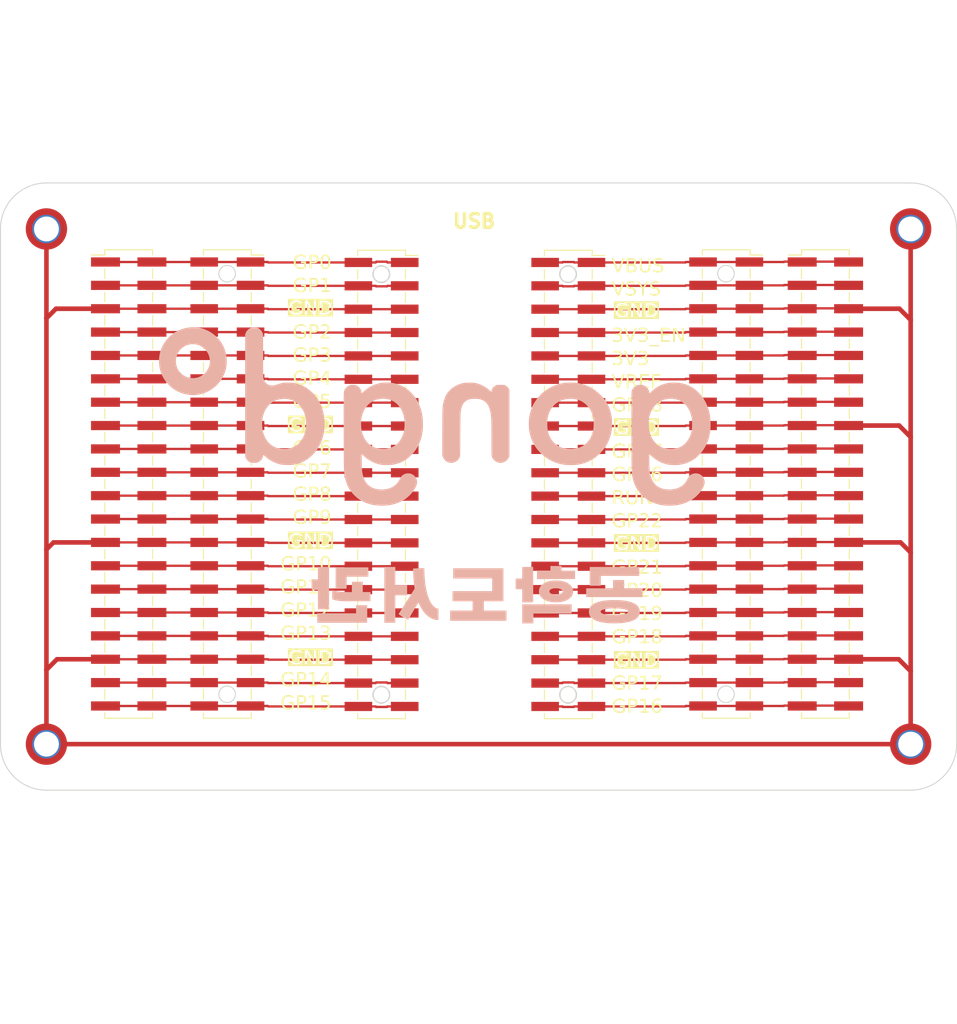
<source format=kicad_pcb>
(kicad_pcb (version 20240108) (generator "pcbnew") (generator_version "8.0")
  (title_block (title "Porche") (rev "v0_2"))
  (layers (0 "F.Cu" signal) (31 "B.Cu" signal) (34 "B.Paste" user) (35 "F.Paste" user) (36 "B.SilkS" user "B.Silkscreen") (37 "F.SilkS" user "F.Silkscreen") (38 "B.Mask" user) (39 "F.Mask" user) (44 "Edge.Cuts" user))
  (net 0 "")
  (net 1 "GND")
  (net 2 "Net-(J1-Pin_3)")
  (net 3 "Net-(J1-Pin_1)")
  (net 4 "Net-(J1-Pin_27)")
  (net 5 "Net-(J1-Pin_33)")
  (net 6 "Net-(J1-Pin_21)")
  (net 7 "Net-(J1-Pin_31)")
  (net 8 "Net-(J1-Pin_17)")
  (net 9 "Net-(J1-Pin_13)")
  (net 10 "Net-(J1-Pin_7)")
  (net 11 "Net-(J1-Pin_37)")
  (net 12 "Net-(J1-Pin_10)")
  (net 13 "Net-(J1-Pin_11)")
  (net 14 "Net-(J1-Pin_19)")
  (net 15 "Net-(J1-Pin_29)")
  (net 16 "Net-(J1-Pin_23)")
  (net 17 "Net-(J1-Pin_39)")
  (net 18 "Net-(J14-Pin_10)")
  (net 19 "Net-(J14-Pin_39)")
  (net 20 "Net-(J14-Pin_7)")
  (net 21 "Net-(J14-Pin_17)")
  (net 22 "Net-(J14-Pin_1)")
  (net 23 "Net-(J14-Pin_33)")
  (net 24 "Net-(J14-Pin_37)")
  (net 25 "Net-(J14-Pin_3)")
  (net 26 "Net-(J14-Pin_23)")
  (net 27 "Net-(J14-Pin_13)")
  (net 28 "Net-(J14-Pin_19)")
  (net 29 "Net-(J14-Pin_29)")
  (net 30 "Net-(J14-Pin_31)")
  (net 31 "Net-(J14-Pin_27)")
  (net 32 "Net-(J14-Pin_11)")
  (net 33 "Net-(J14-Pin_21)")
  (footprint "MountingHole:MountingHole_2.7mm_M2.5_ISO7380_Pad_TopOnly" (layer "F.Cu") (at 179.93 109.18 -90)
    (property "Reference" "H6" (hide yes))
    (property "Value" "MountingHole_Pad" (hide yes))
  )
  (footprint "Connector_PinSocket_2.54mm:PinSocket_2x20_P2.54mm_Vertical_SMD" (layer "F.Cu") (at 122.38 80.95)
    (property "Reference" "J16" (hide yes))
    (property "Value" "Conn_02x20_Odd_Even" (hide yes))
  )
  (footprint "Connector_PinHeader_2.54mm:PinHeader_2x20_P2.54mm_Vertical_SMD" (layer "F.Cu") (at 170.655 80.9)
    (property "Reference" "J4" (hide yes))
    (property "Value" "Conn_02x20_Odd_Even")
  )
  (footprint "MountingHole:MountingHole_2.7mm_M2.5_ISO7380_Pad_TopOnly" (layer "F.Cu") (at 85.93 53.18 -90)
    (property "Reference" "H2" (hide yes))
    (property "Value" "MountingHole_Pad")
  )
  (footprint "MountingHole:MountingHole_2.7mm_M2.5_ISO7380_Pad_TopOnly" (layer "F.Cu") (at 85.93 109.18 -90)
    (property "Reference" "H3" (hide yes))
    (property "Value" "MountingHole_Pad")
  )
  (footprint "Connector_PinSocket_2.54mm:PinSocket_2x20_P2.54mm_Vertical_SMD" (layer "F.Cu") (at 142.695 80.95)
    (property "Reference" "J14" (hide yes))
    (property "Value" "Conn_02x20_Odd_Even" (hide yes))
  )
  (footprint "Connector_PinHeader_2.54mm:PinHeader_2x20_P2.54mm_Vertical_SMD" (layer "F.Cu") (at 94.88 80.9)
    (property "Reference" "J3" (hide yes))
    (property "Value" "Conn_02x20_Odd_Even")
  )
  (footprint "MountingHole:MountingHole_2.7mm_M2.5_ISO7380_Pad_TopOnly" (layer "F.Cu") (at 179.93 53.18 -90)
    (property "Reference" "H5" (hide yes))
    (property "Value" "MountingHole_Pad")
  )
  (footprint "Connector_PinSocket_2.54mm:PinSocket_2x20_P2.54mm_Vertical_SMD" (layer "F.Cu") (at 159.87 80.9)
    (property "Reference" "J2" (hide yes))
    (property "Value" "Conn_02x20_Odd_Even")
  )
  (footprint "Connector_PinSocket_2.54mm:PinSocket_2x20_P2.54mm_Vertical_SMD" (layer "F.Cu") (at 105.61 80.9)
    (property "Reference" "J1" (hide yes))
    (property "Value" "Conn_02x20_Odd_Even")
  )
  (footprint "logo:logo_dongdo_korean_small3" (layer "B.Cu") (at 132.77 92.93 180)
    (property "Reference" "G***" (hide yes))
    (property "Value" "LOGO" (hide yes))
  )
  (footprint "logo:logo_dongdo_small3" (layer "B.Cu") (at 128.17 73.56 180)
    (property "Reference" "G***" (hide yes))
    (property "Value" "LOGO" (hide yes))
  )
  (gr_circle (center 122.355 103.81) (end 123.255 103.81) (stroke (width 0.15)) (fill none) (layer "Edge.Cuts"))
  (gr_circle (center 105.585 103.76) (end 106.485 103.76) (stroke (width 0.1)) (fill none) (layer "Edge.Cuts"))
  (gr_circle (center 159.845 58.04) (end 160.745 58.04) (stroke (width 0.1)) (fill none) (layer "Edge.Cuts"))
  (gr_line (start 179.93 114.18) (end 85.93 114.18) (stroke (width 0.1)) (layer "Edge.Cuts"))
  (gr_arc (start 85.93 114.18) (mid 82.394466 112.715534) (end 80.93 109.18) (stroke (width 0.1)) (layer "Edge.Cuts"))
  (gr_circle (center 105.585 58.04) (end 106.485 58.04) (stroke (width 0.1)) (fill none) (layer "Edge.Cuts"))
  (gr_line (start 85.93 48.18) (end 179.93 48.18) (stroke (width 0.1)) (layer "Edge.Cuts"))
  (gr_circle (center 159.845 103.76) (end 160.745 103.76) (stroke (width 0.1)) (fill none) (layer "Edge.Cuts"))
  (gr_arc (start 179.93 48.18) (mid 183.465534 49.644466) (end 184.93 53.18) (stroke (width 0.1)) (layer "Edge.Cuts"))
  (gr_arc (start 80.93 53.18) (mid 82.394466 49.644466) (end 85.93 48.18) (stroke (width 0.1)) (layer "Edge.Cuts"))
  (gr_circle (center 142.67 58.09) (end 143.57 58.09) (stroke (width 0.15)) (fill none) (layer "Edge.Cuts"))
  (gr_arc (start 184.93 109.18) (mid 183.465534 112.715534) (end 179.93 114.18) (stroke (width 0.1)) (layer "Edge.Cuts"))
  (gr_line (start 184.93 53.18) (end 184.93 109.18) (stroke (width 0.1)) (layer "Edge.Cuts"))
  (gr_line (start 80.93 109.18) (end 80.93 53.18) (stroke (width 0.1)) (layer "Edge.Cuts"))
  (gr_circle (center 122.355 58.09) (end 123.255 58.09) (stroke (width 0.15)) (fill none) (layer "Edge.Cuts"))
  (gr_circle (center 142.67 103.81) (end 143.57 103.81) (stroke (width 0.15)) (fill none) (layer "Edge.Cuts"))
  (gr_text "GND" (at 147.7 75.725 0) (layer "F.SilkS" knockout) (effects (font (size 1.5 1.5) (thickness 0.1875)) (justify left bottom)))
  (gr_text "GP0\nGP1\n\nGP2\nGP3\nGP4\nGP5\n\nGP6\nGP7\nGP8\nGP9\n\nGP10\nGP11\nGP12\nGP13\n\nGP14\nGP15" (at 116.94 105.65 0) (layer "F.SilkS") (effects (font (size 1.5 1.5) (thickness 0.1875)) (justify right bottom)))
  (gr_text "USB" (at 129.95 53.2 0) (layer "F.SilkS") (effects (font (size 1.5 1.5) (thickness 0.375) (bold yes)) (justify left bottom)))
  (gr_text "GND" (at 147.7 88.325 0) (layer "F.SilkS" knockout) (effects (font (size 1.5 1.5) (thickness 0.1875)) (justify left bottom)))
  (gr_text "GND" (at 112.24 88.05 0) (layer "F.SilkS" knockout) (effects (font (size 1.5 1.5) (thickness 0.1875)) (justify left bottom)))
  (gr_text "GND" (at 112.24 75.45 0) (layer "F.SilkS" knockout) (effects (font (size 1.5 1.5) (thickness 0.1875)) (justify left bottom)))
  (gr_text "GND" (at 147.7 63.025 0) (layer "F.SilkS" knockout) (effects (font (size 1.5 1.5) (thickness 0.1875)) (justify left bottom)))
  (gr_text "GND" (at 112.24 62.75 0) (layer "F.SilkS" knockout) (effects (font (size 1.5 1.5) (thickness 0.1875)) (justify left bottom)))
  (gr_text "VBUS\nVSYS\n\n3V3_EN\n3V3\nVREF\nGP28\n\nGP27\nGP26\nRUN\nGP22\n\nGP21\nGP20\nGP19\nGP18\n\nGP17\nGP16" (at 147.4 106.025 0) (layer "F.SilkS") (effects (font (size 1.5 1.5) (thickness 0.1875)) (justify left bottom)))
  (gr_text "GND" (at 147.7 101.025 0) (layer "F.SilkS" knockout) (effects (font (size 1.5 1.5) (thickness 0.1875)) (justify left bottom)))
  (gr_text "GND" (at 112.24 100.75 0) (layer "F.SilkS" knockout) (effects (font (size 1.5 1.5) (thickness 0.1875)) (justify left bottom)))
  (segment (start 179.93 101.25) (end 179.93 88.35) (width 0.5) (layer "F.Cu") (net 1))
  (segment (start 155.4233 87.3) (end 155.4733 87.25) (width 0.25) (layer "F.Cu") (net 1))
  (segment (start 157.35 87.25) (end 155.4733 87.25) (width 0.25) (layer "F.Cu") (net 1))
  (segment (start 92.355 74.55) (end 97.405 74.55) (width 0.25) (layer "F.Cu") (net 1))
  (segment (start 168.13 74.51) (end 166.1783 74.51) (width 0.25) (layer "F.Cu") (net 1))
  (segment (start 162.39 99.95) (end 166.1383 99.95) (width 0.25) (layer "F.Cu") (net 1))
  (segment (start 157.35 87.25) (end 162.39 87.25) (width 0.25) (layer "F.Cu") (net 1))
  (segment (start 92.355 61.85) (end 97.405 61.85) (width 0.25) (layer "F.Cu") (net 1))
  (segment (start 178.71 61.85) (end 173.18 61.85) (width 0.5) (layer "F.Cu") (net 1))
  (segment (start 92.355 87.25) (end 86.7 87.25) (width 0.5) (layer "F.Cu") (net 1))
  (segment (start 92.355 99.95) (end 97.405 99.95) (width 0.25) (layer "F.Cu") (net 1))
  (segment (start 173.18 87.25) (end 178.83 87.25) (width 0.5) (layer "F.Cu") (net 1))
  (segment (start 155.4233 74.6) (end 155.4733 74.55) (width 0.25) (layer "F.Cu") (net 1))
  (segment (start 157.35 74.55) (end 155.4733 74.55) (width 0.25) (layer "F.Cu") (net 1))
  (segment (start 108.13 61.85) (end 110.0067 61.85) (width 0.25) (layer "F.Cu") (net 1))
  (segment (start 145.215 74.6) (end 155.4233 74.6) (width 0.25) (layer "F.Cu") (net 1))
  (segment (start 103.09 87.25) (end 97.405 87.25) (width 0.25) (layer "F.Cu") (net 1))
  (segment (start 157.35 99.95) (end 155.4733 99.95) (width 0.25) (layer "F.Cu") (net 1))
  (segment (start 140.175 100) (end 145.215 100) (width 0.25) (layer "F.Cu") (net 1))
  (segment (start 124.9 100) (end 119.86 100) (width 0.25) (layer "F.Cu") (net 1))
  (segment (start 179.93 63.07) (end 178.71 61.85) (width 0.5) (layer "F.Cu") (net 1))
  (segment (start 178.83 87.25) (end 179.93 88.35) (width 0.5) (layer "F.Cu") (net 1))
  (segment (start 166.1383 61.85) (end 166.1783 61.81) (width 0.25) (layer "F.Cu") (net 1))
  (segment (start 166.1383 87.25) (end 166.1783 87.21) (width 0.25) (layer "F.Cu") (net 1))
  (segment (start 85.93 62.89) (end 85.93 88.02) (width 0.5) (layer "F.Cu") (net 1))
  (segment (start 85.93 53.18) (end 85.93 62.89) (width 0.5) (layer "F.Cu") (net 1))
  (segment (start 108.13 99.95) (end 103.09 99.95) (width 0.25) (layer "F.Cu") (net 1))
  (segment (start 119.86 74.6) (end 110.0567 74.6) (width 0.25) (layer "F.Cu") (net 1))
  (segment (start 157.35 61.85) (end 155.4733 61.85) (width 0.25) (layer "F.Cu") (net 1))
  (segment (start 166.1383 99.95) (end 166.1783 99.91) (width 0.25) (layer "F.Cu") (net 1))
  (segment (start 178.63 99.95) (end 179.93 101.25) (width 0.5) (layer "F.Cu") (net 1))
  (segment (start 92.355 87.25) (end 97.405 87.25) (width 0.25) (layer "F.Cu") (net 1))
  (segment (start 140.175 61.9) (end 145.215 61.9) (width 0.25) (layer "F.Cu") (net 1))
  (segment (start 157.35 74.55) (end 162.39 74.55) (width 0.25) (layer "F.Cu") (net 1))
  (segment (start 87.08 99.95) (end 85.93 101.1) (width 0.5) (layer "F.Cu") (net 1))
  (segment (start 124.9 61.9) (end 119.86 61.9) (width 0.25) (layer "F.Cu") (net 1))
  (segment (start 119.86 61.9) (end 110.0567 61.9) (width 0.25) (layer "F.Cu") (net 1))
  (segment (start 166.1383 74.55) (end 166.1783 74.51) (width 0.25) (layer "F.Cu") (net 1))
  (segment (start 124.9 87.3) (end 119.86 87.3) (width 0.25) (layer "F.Cu") (net 1))
  (segment (start 124.9 74.6) (end 119.86 74.6) (width 0.25) (layer "F.Cu") (net 1))
  (segment (start 108.13 74.55) (end 103.09 74.55) (width 0.25) (layer "F.Cu") (net 1))
  (segment (start 179.93 109.18) (end 85.93 109.18) (width 0.5) (layer "F.Cu") (net 1))
  (segment (start 155.4233 100) (end 155.4733 99.95) (width 0.25) (layer "F.Cu") (net 1))
  (segment (start 145.215 100) (end 155.4233 100) (width 0.25) (layer "F.Cu") (net 1))
  (segment (start 103.09 74.55) (end 97.405 74.55) (width 0.25) (layer "F.Cu") (net 1))
  (segment (start 110.0567 100) (end 110.0067 99.95) (width 0.25) (layer "F.Cu") (net 1))
  (segment (start 179.93 63.07) (end 179.93 53.18) (width 0.5) (layer "F.Cu") (net 1))
  (segment (start 119.86 87.3) (end 110.0567 87.3) (width 0.25) (layer "F.Cu") (net 1))
  (segment (start 145.215 87.3) (end 155.4233 87.3) (width 0.25) (layer "F.Cu") (net 1))
  (segment (start 110.0567 74.6) (end 110.0067 74.55) (width 0.25) (layer "F.Cu") (net 1))
  (segment (start 140.175 74.6) (end 145.215 74.6) (width 0.25) (layer "F.Cu") (net 1))
  (segment (start 157.35 99.95) (end 162.39 99.95) (width 0.25) (layer "F.Cu") (net 1))
  (segment (start 108.13 74.55) (end 110.0067 74.55) (width 0.25) (layer "F.Cu") (net 1))
  (segment (start 86.97 61.85) (end 85.93 62.89) (width 0.5) (layer "F.Cu") (net 1))
  (segment (start 85.93 88.02) (end 85.93 101.1) (width 0.5) (layer "F.Cu") (net 1))
  (segment (start 103.09 61.85) (end 97.405 61.85) (width 0.25) (layer "F.Cu") (net 1))
  (segment (start 155.4233 61.9) (end 155.4733 61.85) (width 0.25) (layer "F.Cu") (net 1))
  (segment (start 173.18 99.91) (end 168.13 99.91) (width 0.25) (layer "F.Cu") (net 1))
  (segment (start 178.68 74.55) (end 179.93 75.8) (width 0.5) (layer "F.Cu") (net 1))
  (segment (start 179.93 109.18) (end 179.93 101.25) (width 0.5) (layer "F.Cu") (net 1))
  (segment (start 173.18 61.81) (end 168.13 61.81) (width 0.25) (layer "F.Cu") (net 1))
  (segment (start 86.7 87.25) (end 85.93 88.02) (width 0.5) (layer "F.Cu") (net 1))
  (segment (start 108.13 87.25) (end 103.09 87.25) (width 0.25) (layer "F.Cu") (net 1))
  (segment (start 157.35 61.85) (end 162.39 61.85) (width 0.25) (layer "F.Cu") (net 1))
  (segment (start 92.355 99.95) (end 87.08 99.95) (width 0.5) (layer "F.Cu") (net 1))
  (segment (start 140.175 87.3) (end 145.215 87.3) (width 0.25) (layer "F.Cu") (net 1))
  (segment (start 179.93 75.8) (end 179.93 63.07) (width 0.5) (layer "F.Cu") (net 1))
  (segment (start 173.18 74.51) (end 168.13 74.51) (width 0.25) (layer "F.Cu") (net 1))
  (segment (start 119.86 100) (end 110.0567 100) (width 0.25) (layer "F.Cu") (net 1))
  (segment (start 168.13 87.21) (end 166.1783 87.21) (width 0.25) (layer "F.Cu") (net 1))
  (segment (start 110.0567 61.9) (end 110.0067 61.85) (width 0.25) (layer "F.Cu") (net 1))
  (segment (start 162.39 87.25) (end 166.1383 87.25) (width 0.25) (layer "F.Cu") (net 1))
  (segment (start 168.13 99.91) (end 166.1783 99.91) (width 0.25) (layer "F.Cu") (net 1))
  (segment (start 110.0567 87.3) (end 110.0067 87.25) (width 0.25) (layer "F.Cu") (net 1))
  (segment (start 173.18 74.55) (end 178.68 74.55) (width 0.5) (layer "F.Cu") (net 1))
  (segment (start 173.18 99.95) (end 178.63 99.95) (width 0.5) (layer "F.Cu") (net 1))
  (segment (start 162.39 74.55) (end 166.1383 74.55) (width 0.25) (layer "F.Cu") (net 1))
  (segment (start 108.13 99.95) (end 110.0067 99.95) (width 0.25) (layer "F.Cu") (net 1))
  (segment (start 173.18 87.21) (end 168.13 87.21) (width 0.25) (layer "F.Cu") (net 1))
  (segment (start 162.39 61.85) (end 166.1383 61.85) (width 0.25) (layer "F.Cu") (net 1))
  (segment (start 168.13 61.81) (end 166.1783 61.81) (width 0.25) (layer "F.Cu") (net 1))
  (segment (start 145.215 61.9) (end 155.4233 61.9) (width 0.25) (layer "F.Cu") (net 1))
  (segment (start 85.93 101.1) (end 85.93 109.18) (width 0.5) (layer "F.Cu") (net 1))
  (segment (start 103.09 99.95) (end 97.405 99.95) (width 0.25) (layer "F.Cu") (net 1))
  (segment (start 179.93 88.35) (end 179.93 75.8) (width 0.5) (layer "F.Cu") (net 1))
  (segment (start 108.13 87.25) (end 110.0067 87.25) (width 0.25) (layer "F.Cu") (net 1))
  (segment (start 108.13 61.85) (end 103.09 61.85) (width 0.25) (layer "F.Cu") (net 1))
  (segment (start 92.355 61.85) (end 86.97 61.85) (width 0.5) (layer "F.Cu") (net 1))
  (segment (start 122.9685 59.4148) (end 123.0233 59.36) (width 0.25) (layer "F.Cu") (net 2))
  (segment (start 121.7915 59.4148) (end 122.9685 59.4148) (width 0.25) (layer "F.Cu") (net 2))
  (segment (start 110.0567 59.36) (end 110.0067 59.31) (width 0.25) (layer "F.Cu") (net 2))
  (segment (start 119.86 59.36) (end 121.7367 59.36) (width 0.25) (layer "F.Cu") (net 2))
  (segment (start 92.355 59.31) (end 97.405 59.31) (width 0.25) (layer "F.Cu") (net 2))
  (segment (start 119.86 59.36) (end 110.0567 59.36) (width 0.25) (layer "F.Cu") (net 2))
  (segment (start 121.7367 59.36) (end 121.7915 59.4148) (width 0.25) (layer "F.Cu") (net 2))
  (segment (start 103.09 59.31) (end 97.405 59.31) (width 0.25) (layer "F.Cu") (net 2))
  (segment (start 124.9 59.36) (end 123.0233 59.36) (width 0.25) (layer "F.Cu") (net 2))
  (segment (start 108.13 59.31) (end 103.09 59.31) (width 0.25) (layer "F.Cu") (net 2))
  (segment (start 108.13 59.31) (end 110.0067 59.31) (width 0.25) (layer "F.Cu") (net 2))
  (segment (start 120.596 56.82) (end 121.7367 56.82) (width 0.25) (layer "F.Cu") (net 3))
  (segment (start 119.86 56.82) (end 110.0567 56.82) (width 0.25) (layer "F.Cu") (net 3))
  (segment (start 121.7367 56.82) (end 121.819 56.7377) (width 0.25) (layer "F.Cu") (net 3))
  (segment (start 103.09 56.77) (end 97.405 56.77) (width 0.25) (layer "F.Cu") (net 3))
  (segment (start 122.941 56.7377) (end 123.0233 56.82) (width 0.25) (layer "F.Cu") (net 3))
  (segment (start 108.13 56.77) (end 103.09 56.77) (width 0.25) (layer "F.Cu") (net 3))
  (segment (start 120.596 56.82) (end 119.86 56.82) (width 0.25) (layer "F.Cu") (net 3))
  (segment (start 92.355 56.77) (end 97.405 56.77) (width 0.25) (layer "F.Cu") (net 3))
  (segment (start 110.0567 56.82) (end 110.0067 56.77) (width 0.25) (layer "F.Cu") (net 3))
  (segment (start 124.9 56.82) (end 123.0233 56.82) (width 0.25) (layer "F.Cu") (net 3))
  (segment (start 121.819 56.7377) (end 122.941 56.7377) (width 0.25) (layer "F.Cu") (net 3))
  (segment (start 108.13 56.77) (end 110.0067 56.77) (width 0.25) (layer "F.Cu") (net 3))
  (segment (start 124.9 89.84) (end 119.86 89.84) (width 0.25) (layer "F.Cu") (net 4))
  (segment (start 119.86 89.84) (end 110.0567 89.84) (width 0.25) (layer "F.Cu") (net 4))
  (segment (start 103.09 89.79) (end 97.405 89.79) (width 0.25) (layer "F.Cu") (net 4))
  (segment (start 108.13 89.79) (end 103.09 89.79) (width 0.25) (layer "F.Cu") (net 4))
  (segment (start 108.13 89.79) (end 110.0067 89.79) (width 0.25) (layer "F.Cu") (net 4))
  (segment (start 110.0567 89.84) (end 110.0067 89.79) (width 0.25) (layer "F.Cu") (net 4))
  (segment (start 92.355 89.79) (end 97.405 89.79) (width 0.25) (layer "F.Cu") (net 4))
  (segment (start 92.355 97.41) (end 97.405 97.41) (width 0.25) (layer "F.Cu") (net 5))
  (segment (start 108.13 97.41) (end 110.0067 97.41) (width 0.25) (layer "F.Cu") (net 5))
  (segment (start 124.9 97.46) (end 119.86 97.46) (width 0.25) (layer "F.Cu") (net 5))
  (segment (start 103.09 97.41) (end 97.405 97.41) (width 0.25) (layer "F.Cu") (net 5))
  (segment (start 119.86 97.46) (end 110.0567 97.46) (width 0.25) (layer "F.Cu") (net 5))
  (segment (start 108.13 97.41) (end 103.09 97.41) (width 0.25) (layer "F.Cu") (net 5))
  (segment (start 110.0567 97.46) (end 110.0067 97.41) (width 0.25) (layer "F.Cu") (net 5))
  (segment (start 103.09 82.17) (end 97.405 82.17) (width 0.25) (layer "F.Cu") (net 6))
  (segment (start 92.355 82.17) (end 97.405 82.17) (width 0.25) (layer "F.Cu") (net 6))
  (segment (start 124.9 82.22) (end 119.86 82.22) (width 0.25) (layer "F.Cu") (net 6))
  (segment (start 108.13 82.17) (end 110.0067 82.17) (width 0.25) (layer "F.Cu") (net 6))
  (segment (start 110.0567 82.22) (end 110.0067 82.17) (width 0.25) (layer "F.Cu") (net 6))
  (segment (start 119.86 82.22) (end 110.0567 82.22) (width 0.25) (layer "F.Cu") (net 6))
  (segment (start 108.13 82.17) (end 103.09 82.17) (width 0.25) (layer "F.Cu") (net 6))
  (segment (start 124.9 94.92) (end 119.86 94.92) (width 0.25) (layer "F.Cu") (net 7))
  (segment (start 108.13 94.87) (end 103.09 94.87) (width 0.25) (layer "F.Cu") (net 7))
  (segment (start 108.13 94.87) (end 110.0067 94.87) (width 0.25) (layer "F.Cu") (net 7))
  (segment (start 110.0567 94.92) (end 110.0067 94.87) (width 0.25) (layer "F.Cu") (net 7))
  (segment (start 92.355 94.87) (end 97.405 94.87) (width 0.25) (layer "F.Cu") (net 7))
  (segment (start 119.86 94.92) (end 110.0567 94.92) (width 0.25) (layer "F.Cu") (net 7))
  (segment (start 103.09 94.87) (end 97.405 94.87) (width 0.25) (layer "F.Cu") (net 7))
  (segment (start 119.86 77.14) (end 110.0567 77.14) (width 0.25) (layer "F.Cu") (net 8))
  (segment (start 103.09 77.09) (end 97.405 77.09) (width 0.25) (layer "F.Cu") (net 8))
  (segment (start 108.13 77.09) (end 103.09 77.09) (width 0.25) (layer "F.Cu") (net 8))
  (segment (start 108.13 77.09) (end 110.0067 77.09) (width 0.25) (layer "F.Cu") (net 8))
  (segment (start 124.9 77.14) (end 119.86 77.14) (width 0.25) (layer "F.Cu") (net 8))
  (segment (start 92.355 77.09) (end 97.405 77.09) (width 0.25) (layer "F.Cu") (net 8))
  (segment (start 110.0567 77.14) (end 110.0067 77.09) (width 0.25) (layer "F.Cu") (net 8))
  (segment (start 110.0567 72.06) (end 110.0067 72.01) (width 0.25) (layer "F.Cu") (net 9))
  (segment (start 103.09 72.01) (end 97.405 72.01) (width 0.25) (layer "F.Cu") (net 9))
  (segment (start 124.9 72.06) (end 119.86 72.06) (width 0.25) (layer "F.Cu") (net 9))
  (segment (start 92.355 72.01) (end 97.405 72.01) (width 0.25) (layer "F.Cu") (net 9))
  (segment (start 108.13 72.01) (end 110.0067 72.01) (width 0.25) (layer "F.Cu") (net 9))
  (segment (start 119.86 72.06) (end 110.0567 72.06) (width 0.25) (layer "F.Cu") (net 9))
  (segment (start 108.13 72.01) (end 103.09 72.01) (width 0.25) (layer "F.Cu") (net 9))
  (segment (start 108.13 64.39) (end 103.09 64.39) (width 0.25) (layer "F.Cu") (net 10))
  (segment (start 103.09 64.39) (end 97.405 64.39) (width 0.25) (layer "F.Cu") (net 10))
  (segment (start 124.9 64.44) (end 119.86 64.44) (width 0.25) (layer "F.Cu") (net 10))
  (segment (start 110.0567 64.44) (end 110.0067 64.39) (width 0.25) (layer "F.Cu") (net 10))
  (segment (start 119.86 64.44) (end 110.0567 64.44) (width 0.25) (layer "F.Cu") (net 10))
  (segment (start 108.13 64.39) (end 110.0067 64.39) (width 0.25) (layer "F.Cu") (net 10))
  (segment (start 92.355 64.39) (end 97.405 64.39) (width 0.25) (layer "F.Cu") (net 10))
  (segment (start 103.09 102.49) (end 97.405 102.49) (width 0.25) (layer "F.Cu") (net 11))
  (segment (start 110.0567 102.54) (end 110.0067 102.49) (width 0.25) (layer "F.Cu") (net 11))
  (segment (start 108.13 102.49) (end 110.0067 102.49) (width 0.25) (layer "F.Cu") (net 11))
  (segment (start 92.355 102.49) (end 97.405 102.49) (width 0.25) (layer "F.Cu") (net 11))
  (segment (start 120.596 102.54) (end 119.86 102.54) (width 0.25) (layer "F.Cu") (net 11))
  (segment (start 121.7367 102.54) (end 121.8037 102.473) (width 0.25) (layer "F.Cu") (net 11))
  (segment (start 108.13 102.49) (end 103.09 102.49) (width 0.25) (layer "F.Cu") (net 11))
  (segment (start 122.9563 102.473) (end 123.0233 102.54) (width 0.25) (layer "F.Cu") (net 11))
  (segment (start 119.86 102.54) (end 110.0567 102.54) (width 0.25) (layer "F.Cu") (net 11))
  (segment (start 124.9 102.54) (end 123.0233 102.54) (width 0.25) (layer "F.Cu") (net 11))
  (segment (start 121.8037 102.473) (end 122.9563 102.473) (width 0.25) (layer "F.Cu") (net 11))
  (segment (start 120.596 102.54) (end 121.7367 102.54) (width 0.25) (layer "F.Cu") (net 11))
  (segment (start 124.9 66.98) (end 119.86 66.98) (width 0.25) (layer "F.Cu") (net 12))
  (segment (start 103.09 66.93) (end 97.405 66.93) (width 0.25) (layer "F.Cu") (net 12))
  (segment (start 108.13 66.93) (end 110.0067 66.93) (width 0.25) (layer "F.Cu") (net 12))
  (segment (start 119.86 66.98) (end 110.0567 66.98) (width 0.25) (layer "F.Cu") (net 12))
  (segment (start 108.13 66.93) (end 103.09 66.93) (width 0.25) (layer "F.Cu") (net 12))
  (segment (start 110.0567 66.98) (end 110.0067 66.93) (width 0.25) (layer "F.Cu") (net 12))
  (segment (start 92.355 66.93) (end 97.405 66.93) (width 0.25) (layer "F.Cu") (net 12))
  (segment (start 119.86 69.52) (end 110.0567 69.52) (width 0.25) (layer "F.Cu") (net 13))
  (segment (start 110.0567 69.52) (end 110.0067 69.47) (width 0.25) (layer "F.Cu") (net 13))
  (segment (start 124.9 69.52) (end 119.86 69.52) (width 0.25) (layer "F.Cu") (net 13))
  (segment (start 108.13 69.47) (end 103.09 69.47) (width 0.25) (layer "F.Cu") (net 13))
  (segment (start 103.09 69.47) (end 97.405 69.47) (width 0.25) (layer "F.Cu") (net 13))
  (segment (start 92.355 69.47) (end 97.405 69.47) (width 0.25) (layer "F.Cu") (net 13))
  (segment (start 108.13 69.47) (end 110.0067 69.47) (width 0.25) (layer "F.Cu") (net 13))
  (segment (start 103.09 79.63) (end 97.405 79.63) (width 0.25) (layer "F.Cu") (net 14))
  (segment (start 124.9 79.68) (end 119.86 79.68) (width 0.25) (layer "F.Cu") (net 14))
  (segment (start 92.355 79.63) (end 97.405 79.63) (width 0.25) (layer "F.Cu") (net 14))
  (segment (start 108.13 79.63) (end 110.0067 79.63) (width 0.25) (layer "F.Cu") (net 14))
  (segment (start 108.13 79.63) (end 103.09 79.63) (width 0.25) (layer "F.Cu") (net 14))
  (segment (start 110.0567 79.68) (end 110.0067 79.63) (width 0.25) (layer "F.Cu") (net 14))
  (segment (start 119.86 79.68) (end 110.0567 79.68) (width 0.25) (layer "F.Cu") (net 14))
  (segment (start 92.355 92.33) (end 97.405 92.33) (width 0.25) (layer "F.Cu") (net 15))
  (segment (start 124.9 92.38) (end 119.86 92.38) (width 0.25) (layer "F.Cu") (net 15))
  (segment (start 119.86 92.38) (end 110.0567 92.38) (width 0.25) (layer "F.Cu") (net 15))
  (segment (start 108.13 92.33) (end 103.09 92.33) (width 0.25) (layer "F.Cu") (net 15))
  (segment (start 108.13 92.33) (end 110.0067 92.33) (width 0.25) (layer "F.Cu") (net 15))
  (segment (start 110.0567 92.38) (end 110.0067 92.33) (width 0.25) (layer "F.Cu") (net 15))
  (segment (start 103.09 92.33) (end 97.405 92.33) (width 0.25) (layer "F.Cu") (net 15))
  (segment (start 92.355 84.71) (end 97.405 84.71) (width 0.25) (layer "F.Cu") (net 16))
  (segment (start 124.9 84.76) (end 119.86 84.76) (width 0.25) (layer "F.Cu") (net 16))
  (segment (start 119.86 84.76) (end 110.0567 84.76) (width 0.25) (layer "F.Cu") (net 16))
  (segment (start 110.0567 84.76) (end 110.0067 84.71) (width 0.25) (layer "F.Cu") (net 16))
  (segment (start 108.13 84.71) (end 103.09 84.71) (width 0.25) (layer "F.Cu") (net 16))
  (segment (start 108.13 84.71) (end 110.0067 84.71) (width 0.25) (layer "F.Cu") (net 16))
  (segment (start 103.09 84.71) (end 97.405 84.71) (width 0.25) (layer "F.Cu") (net 16))
  (segment (start 121.7367 105.08) (end 121.7915 105.1348) (width 0.25) (layer "F.Cu") (net 17))
  (segment (start 124.9 105.08) (end 123.0233 105.08) (width 0.25) (layer "F.Cu") (net 17))
  (segment (start 108.13 105.03) (end 110.0067 105.03) (width 0.25) (layer "F.Cu") (net 17))
  (segment (start 121.7915 105.1348) (end 122.9685 105.1348) (width 0.25) (layer "F.Cu") (net 17))
  (segment (start 108.13 105.03) (end 103.09 105.03) (width 0.25) (layer "F.Cu") (net 17))
  (segment (start 103.09 105.03) (end 97.405 105.03) (width 0.25) (layer "F.Cu") (net 17))
  (segment (start 110.0567 105.08) (end 117.9833 105.08) (width 0.25) (layer "F.Cu") (net 17))
  (segment (start 110.0067 105.03) (end 110.0567 105.08) (width 0.25) (layer "F.Cu") (net 17))
  (segment (start 119.86 105.08) (end 121.7367 105.08) (width 0.25) (layer "F.Cu") (net 17))
  (segment (start 122.9685 105.1348) (end 123.0233 105.08) (width 0.25) (layer "F.Cu") (net 17))
  (segment (start 92.355 105.03) (end 97.405 105.03) (width 0.25) (layer "F.Cu") (net 17))
  (segment (start 119.86 105.08) (end 117.9833 105.08) (width 0.25) (layer "F.Cu") (net 17))
  (segment (start 155.4233 66.98) (end 155.4733 66.93) (width 0.25) (layer "F.Cu") (net 18))
  (segment (start 166.1383 66.93) (end 166.1783 66.89) (width 0.25) (layer "F.Cu") (net 18))
  (segment (start 157.35 66.93) (end 162.39 66.93) (width 0.25) (layer "F.Cu") (net 18))
  (segment (start 157.35 66.93) (end 155.4733 66.93) (width 0.25) (layer "F.Cu") (net 18))
  (segment (start 173.18 66.89) (end 168.13 66.89) (width 0.25) (layer "F.Cu") (net 18))
  (segment (start 168.13 66.89) (end 166.1783 66.89) (width 0.25) (layer "F.Cu") (net 18))
  (segment (start 145.215 66.98) (end 155.4233 66.98) (width 0.25) (layer "F.Cu") (net 18))
  (segment (start 162.39 66.93) (end 166.1383 66.93) (width 0.25) (layer "F.Cu") (net 18))
  (segment (start 140.175 66.98) (end 145.215 66.98) (width 0.25) (layer "F.Cu") (net 18))
  (segment (start 166.1383 105.03) (end 166.1783 104.99) (width 0.25) (layer "F.Cu") (net 19))
  (segment (start 143.3383 105.08) (end 143.2835 105.1348) (width 0.25) (layer "F.Cu") (net 19))
  (segment (start 162.39 105.03) (end 166.1383 105.03) (width 0.25) (layer "F.Cu") (net 19))
  (segment (start 168.13 104.99) (end 166.1783 104.99) (width 0.25) (layer "F.Cu") (net 19))
  (segment (start 145.215 105.08) (end 143.3383 105.08) (width 0.25) (layer "F.Cu") (net 19))
  (segment (start 140.175 105.08) (end 142.0517 105.08) (width 0.25) (layer "F.Cu") (net 19))
  (segment (start 142.1065 105.1348) (end 142.0517 105.08) (width 0.25) (layer "F.Cu") (net 19))
  (segment (start 143.2835 105.1348) (end 142.1065 105.1348) (width 0.25) (layer "F.Cu") (net 19))
  (segment (start 157.35 105.03) (end 155.4733 105.03) (width 0.25) (layer "F.Cu") (net 19))
  (segment (start 145.215 105.08) (end 155.4233 105.08) (width 0.25) (layer "F.Cu") (net 19))
  (segment (start 173.18 104.99) (end 168.13 104.99) (width 0.25) (layer "F.Cu") (net 19))
  (segment (start 157.35 105.03) (end 162.39 105.03) (width 0.25) (layer "F.Cu") (net 19))
  (segment (start 155.4233 105.08) (end 155.4733 105.03) (width 0.25) (layer "F.Cu") (net 19))
  (segment (start 166.1383 64.39) (end 166.1783 64.35) (width 0.25) (layer "F.Cu") (net 20))
  (segment (start 145.215 64.44) (end 155.4233 64.44) (width 0.25) (layer "F.Cu") (net 20))
  (segment (start 157.35 64.39) (end 155.4733 64.39) (width 0.25) (layer "F.Cu") (net 20))
  (segment (start 168.13 64.35) (end 166.1783 64.35) (width 0.25) (layer "F.Cu") (net 20))
  (segment (start 162.39 64.39) (end 166.1383 64.39) (width 0.25) (layer "F.Cu") (net 20))
  (segment (start 157.35 64.39) (end 162.39 64.39) (width 0.25) (layer "F.Cu") (net 20))
  (segment (start 173.18 64.35) (end 168.13 64.35) (width 0.25) (layer "F.Cu") (net 20))
  (segment (start 155.4233 64.44) (end 155.4733 64.39) (width 0.25) (layer "F.Cu") (net 20))
  (segment (start 140.175 64.44) (end 145.215 64.44) (width 0.25) (layer "F.Cu") (net 20))
  (segment (start 162.39 77.09) (end 166.1383 77.09) (width 0.25) (layer "F.Cu") (net 21))
  (segment (start 157.35 77.09) (end 155.4733 77.09) (width 0.25) (layer "F.Cu") (net 21))
  (segment (start 168.13 77.05) (end 166.1783 77.05) (width 0.25) (layer "F.Cu") (net 21))
  (segment (start 166.1383 77.09) (end 166.1783 77.05) (width 0.25) (layer "F.Cu") (net 21))
  (segment (start 173.18 77.05) (end 168.13 77.05) (width 0.25) (layer "F.Cu") (net 21))
  (segment (start 140.175 77.14) (end 145.215 77.14) (width 0.25) (layer "F.Cu") (net 21))
  (segment (start 155.4233 77.14) (end 155.4733 77.09) (width 0.25) (layer "F.Cu") (net 21))
  (segment (start 145.215 77.14) (end 155.4233 77.14) (width 0.25) (layer "F.Cu") (net 21))
  (segment (start 157.35 77.09) (end 162.39 77.09) (width 0.25) (layer "F.Cu") (net 21))
  (segment (start 144.455 56.82) (end 145.215 56.82) (width 0.25) (layer "F.Cu") (net 22))
  (segment (start 173.18 56.73) (end 168.13 56.73) (width 0.25) (layer "F.Cu") (net 22))
  (segment (start 166.1383 56.77) (end 166.1783 56.73) (width 0.25) (layer "F.Cu") (net 22))
  (segment (start 155.4233 56.82) (end 155.4733 56.77) (width 0.25) (layer "F.Cu") (net 22))
  (segment (start 157.35 56.77) (end 155.4733 56.77) (width 0.25) (layer "F.Cu") (net 22))
  (segment (start 168.13 56.73) (end 166.1783 56.73) (width 0.25) (layer "F.Cu") (net 22))
  (segment (start 144.455 56.82) (end 143.3383 56.82) (width 0.25) (layer "F.Cu") (net 22))
  (segment (start 142.0517 56.82) (end 142.1025 56.7692) (width 0.25) (layer "F.Cu") (net 22))
  (segment (start 157.35 56.77) (end 162.39 56.77) (width 0.25) (layer "F.Cu") (net 22))
  (segment (start 143.2875 56.7692) (end 143.3383 56.82) (width 0.25) (layer "F.Cu") (net 22))
  (segment (start 145.215 56.82) (end 155.4233 56.82) (width 0.25) (layer "F.Cu") (net 22))
  (segment (start 140.175 56.82) (end 142.0517 56.82) (width 0.25) (layer "F.Cu") (net 22))
  (segment (start 142.1025 56.7692) (end 143.2875 56.7692) (width 0.25) (layer "F.Cu") (net 22))
  (segment (start 162.39 56.77) (end 166.1383 56.77) (width 0.25) (layer "F.Cu") (net 22))
  (segment (start 157.35 97.41) (end 155.4733 97.41) (width 0.25) (layer "F.Cu") (net 23))
  (segment (start 166.1383 97.41) (end 166.1783 97.37) (width 0.25) (layer "F.Cu") (net 23))
  (segment (start 173.18 97.37) (end 168.13 97.37) (width 0.25) (layer "F.Cu") (net 23))
  (segment (start 162.39 97.41) (end 166.1383 97.41) (width 0.25) (layer "F.Cu") (net 23))
  (segment (start 168.13 97.37) (end 166.1783 97.37) (width 0.25) (layer "F.Cu") (net 23))
  (segment (start 155.4233 97.46) (end 155.4733 97.41) (width 0.25) (layer "F.Cu") (net 23))
  (segment (start 140.175 97.46) (end 145.215 97.46) (width 0.25) (layer "F.Cu") (net 23))
  (segment (start 145.215 97.46) (end 155.4233 97.46) (width 0.25) (layer "F.Cu") (net 23))
  (segment (start 157.35 97.41) (end 162.39 97.41) (width 0.25) (layer "F.Cu") (net 23))
  (segment (start 142.0517 102.54) (end 142.1187 102.473) (width 0.25) (layer "F.Cu") (net 24))
  (segment (start 173.18 102.45) (end 168.13 102.45) (width 0.25) (layer "F.Cu") (net 24))
  (segment (start 168.13 102.45) (end 166.1783 102.45) (width 0.25) (layer "F.Cu") (net 24))
  (segment (start 155.4233 102.54) (end 155.4733 102.49) (width 0.25) (layer "F.Cu") (net 24))
  (segment (start 144.455 102.54) (end 143.3383 102.54) (width 0.25) (layer "F.Cu") (net 24))
  (segment (start 144.455 102.54) (end 145.215 102.54) (width 0.25) (layer "F.Cu") (net 24))
  (segment (start 162.39 102.49) (end 166.1383 102.49) (width 0.25) (layer "F.Cu") (net 24))
  (segment (start 157.35 102.49) (end 162.39 102.49) (width 0.25) (layer "F.Cu") (net 24))
  (segment (start 145.215 102.54) (end 155.4233 102.54) (width 0.25) (layer "F.Cu") (net 24))
  (segment (start 143.2713 102.473) (end 143.3383 102.54) (width 0.25) (layer "F.Cu") (net 24))
  (segment (start 166.1383 102.49) (end 166.1783 102.45) (width 0.25) (layer "F.Cu") (net 24))
  (segment (start 157.35 102.49) (end 155.4733 102.49) (width 0.25) (layer "F.Cu") (net 24))
  (segment (start 140.175 102.54) (end 142.0517 102.54) (width 0.25) (layer "F.Cu") (net 24))
  (segment (start 142.1187 102.473) (end 143.2713 102.473) (width 0.25) (layer "F.Cu") (net 24))
  (segment (start 162.39 59.31) (end 166.1383 59.31) (width 0.25) (layer "F.Cu") (net 25))
  (segment (start 145.215 59.36) (end 143.3383 59.36) (width 0.25) (layer "F.Cu") (net 25))
  (segment (start 168.13 59.27) (end 166.1783 59.27) (width 0.25) (layer "F.Cu") (net 25))
  (segment (start 140.175 59.36) (end 142.0517 59.36) (width 0.25) (layer "F.Cu") (net 25))
  (segment (start 143.2835 59.4148) (end 142.1065 59.4148) (width 0.25) (layer "F.Cu") (net 25))
  (segment (start 157.35 59.31) (end 162.39 59.31) (width 0.25) (layer "F.Cu") (net 25))
  (segment (start 142.1065 59.4148) (end 142.0517 59.36) (width 0.25) (layer "F.Cu") (net 25))
  (segment (start 157.35 59.31) (end 155.4733 59.31) (width 0.25) (layer "F.Cu") (net 25))
  (segment (start 143.3383 59.36) (end 143.2835 59.4148) (width 0.25) (layer "F.Cu") (net 25))
  (segment (start 166.1383 59.31) (end 166.1783 59.27) (width 0.25) (layer "F.Cu") (net 25))
  (segment (start 155.4233 59.36) (end 155.4733 59.31) (width 0.25) (layer "F.Cu") (net 25))
  (segment (start 145.215 59.36) (end 155.4233 59.36) (width 0.25) (layer "F.Cu") (net 25))
  (segment (start 173.18 59.27) (end 168.13 59.27) (width 0.25) (layer "F.Cu") (net 25))
  (segment (start 155.4233 84.76) (end 155.4733 84.71) (width 0.25) (layer "F.Cu") (net 26))
  (segment (start 157.35 84.71) (end 155.4733 84.71) (width 0.25) (layer "F.Cu") (net 26))
  (segment (start 162.39 84.71) (end 166.1383 84.71) (width 0.25) (layer "F.Cu") (net 26))
  (segment (start 166.1383 84.71) (end 166.1783 84.67) (width 0.25) (layer "F.Cu") (net 26))
  (segment (start 140.175 84.76) (end 145.215 84.76) (width 0.25) (layer "F.Cu") (net 26))
  (segment (start 168.13 84.67) (end 166.1783 84.67) (width 0.25) (layer "F.Cu") (net 26))
  (segment (start 145.215 84.76) (end 155.4233 84.76) (width 0.25) (layer "F.Cu") (net 26))
  (segment (start 157.35 84.71) (end 162.39 84.71) (width 0.25) (layer "F.Cu") (net 26))
  (segment (start 173.18 84.67) (end 168.13 84.67) (width 0.25) (layer "F.Cu") (net 26))
  (segment (start 145.215 72.06) (end 155.4233 72.06) (width 0.25) (layer "F.Cu") (net 27))
  (segment (start 166.1383 72.01) (end 166.1783 71.97) (width 0.25) (layer "F.Cu") (net 27))
  (segment (start 140.175 72.06) (end 145.215 72.06) (width 0.25) (layer "F.Cu") (net 27))
  (segment (start 155.4233 72.06) (end 155.4733 72.01) (width 0.25) (layer "F.Cu") (net 27))
  (segment (start 168.13 71.97) (end 166.1783 71.97) (width 0.25) (layer "F.Cu") (net 27))
  (segment (start 162.39 72.01) (end 166.1383 72.01) (width 0.25) (layer "F.Cu") (net 27))
  (segment (start 173.18 71.97) (end 168.13 71.97) (width 0.25) (layer "F.Cu") (net 27))
  (segment (start 157.35 72.01) (end 162.39 72.01) (width 0.25) (layer "F.Cu") (net 27))
  (segment (start 157.35 72.01) (end 155.4733 72.01) (width 0.25) (layer "F.Cu") (net 27))
  (segment (start 162.39 79.63) (end 166.1383 79.63) (width 0.25) (layer "F.Cu") (net 28))
  (segment (start 173.18 79.59) (end 168.13 79.59) (width 0.25) (layer "F.Cu") (net 28))
  (segment (start 168.13 79.59) (end 166.1783 79.59) (width 0.25) (layer "F.Cu") (net 28))
  (segment (start 157.35 79.63) (end 155.4733 79.63) (width 0.25) (layer "F.Cu") (net 28))
  (segment (start 145.215 79.68) (end 155.4233 79.68) (width 0.25) (layer "F.Cu") (net 28))
  (segment (start 140.175 79.68) (end 145.215 79.68) (width 0.25) (layer "F.Cu") (net 28))
  (segment (start 157.35 79.63) (end 162.39 79.63) (width 0.25) (layer "F.Cu") (net 28))
  (segment (start 166.1383 79.63) (end 166.1783 79.59) (width 0.25) (layer "F.Cu") (net 28))
  (segment (start 155.4233 79.68) (end 155.4733 79.63) (width 0.25) (layer "F.Cu") (net 28))
  (segment (start 166.1383 92.33) (end 166.1783 92.29) (width 0.25) (layer "F.Cu") (net 29))
  (segment (start 145.215 92.38) (end 155.4233 92.38) (width 0.25) (layer "F.Cu") (net 29))
  (segment (start 173.18 92.29) (end 168.13 92.29) (width 0.25) (layer "F.Cu") (net 29))
  (segment (start 155.4233 92.38) (end 155.4733 92.33) (width 0.25) (layer "F.Cu") (net 29))
  (segment (start 140.175 92.38) (end 145.215 92.38) (width 0.25) (layer "F.Cu") (net 29))
  (segment (start 168.13 92.29) (end 166.1783 92.29) (width 0.25) (layer "F.Cu") (net 29))
  (segment (start 162.39 92.33) (end 166.1383 92.33) (width 0.25) (layer "F.Cu") (net 29))
  (segment (start 157.35 92.33) (end 162.39 92.33) (width 0.25) (layer "F.Cu") (net 29))
  (segment (start 157.35 92.33) (end 155.4733 92.33) (width 0.25) (layer "F.Cu") (net 29))
  (segment (start 145.215 94.92) (end 155.4233 94.92) (width 0.25) (layer "F.Cu") (net 30))
  (segment (start 157.35 94.87) (end 155.4733 94.87) (width 0.25) (layer "F.Cu") (net 30))
  (segment (start 162.39 94.87) (end 166.1383 94.87) (width 0.25) (layer "F.Cu") (net 30))
  (segment (start 155.4233 94.92) (end 155.4733 94.87) (width 0.25) (layer "F.Cu") (net 30))
  (segment (start 173.18 94.83) (end 168.13 94.83) (width 0.25) (layer "F.Cu") (net 30))
  (segment (start 140.175 94.92) (end 145.215 94.92) (width 0.25) (layer "F.Cu") (net 30))
  (segment (start 166.1383 94.87) (end 166.1783 94.83) (width 0.25) (layer "F.Cu") (net 30))
  (segment (start 168.13 94.83) (end 166.1783 94.83) (width 0.25) (layer "F.Cu") (net 30))
  (segment (start 157.35 94.87) (end 162.39 94.87) (width 0.25) (layer "F.Cu") (net 30))
  (segment (start 168.13 89.75) (end 166.1783 89.75) (width 0.25) (layer "F.Cu") (net 31))
  (segment (start 157.35 89.79) (end 155.4733 89.79) (width 0.25) (layer "F.Cu") (net 31))
  (segment (start 173.18 89.75) (end 168.13 89.75) (width 0.25) (layer "F.Cu") (net 31))
  (segment (start 155.4233 89.84) (end 155.4733 89.79) (width 0.25) (layer "F.Cu") (net 31))
  (segment (start 166.1383 89.79) (end 166.1783 89.75) (width 0.25) (layer "F.Cu") (net 31))
  (segment (start 157.35 89.79) (end 162.39 89.79) (width 0.25) (layer "F.Cu") (net 31))
  (segment (start 162.39 89.79) (end 166.1383 89.79) (width 0.25) (layer "F.Cu") (net 31))
  (segment (start 140.175 89.84) (end 145.215 89.84) (width 0.25) (layer "F.Cu") (net 31))
  (segment (start 145.215 89.84) (end 155.4233 89.84) (width 0.25) (layer "F.Cu") (net 31))
  (segment (start 145.215 69.52) (end 155.4233 69.52) (width 0.25) (layer "F.Cu") (net 32))
  (segment (start 166.1383 69.47) (end 166.1783 69.43) (width 0.25) (layer "F.Cu") (net 32))
  (segment (start 155.4233 69.52) (end 155.4733 69.47) (width 0.25) (layer "F.Cu") (net 32))
  (segment (start 157.35 69.47) (end 162.39 69.47) (width 0.25) (layer "F.Cu") (net 32))
  (segment (start 140.175 69.52) (end 145.215 69.52) (width 0.25) (layer "F.Cu") (net 32))
  (segment (start 157.35 69.47) (end 155.4733 69.47) (width 0.25) (layer "F.Cu") (net 32))
  (segment (start 173.18 69.43) (end 168.13 69.43) (width 0.25) (layer "F.Cu") (net 32))
  (segment (start 162.39 69.47) (end 166.1383 69.47) (width 0.25) (layer "F.Cu") (net 32))
  (segment (start 168.13 69.43) (end 166.1783 69.43) (width 0.25) (layer "F.Cu") (net 32))
  (segment (start 155.4233 82.22) (end 155.4733 82.17) (width 0.25) (layer "F.Cu") (net 33))
  (segment (start 173.18 82.13) (end 168.13 82.13) (width 0.25) (layer "F.Cu") (net 33))
  (segment (start 140.175 82.22) (end 145.215 82.22) (width 0.25) (layer "F.Cu") (net 33))
  (segment (start 157.35 82.17) (end 162.39 82.17) (width 0.25) (layer "F.Cu") (net 33))
  (segment (start 157.35 82.17) (end 155.4733 82.17) (width 0.25) (layer "F.Cu") (net 33))
  (segment (start 162.39 82.17) (end 166.1383 82.17) (width 0.25) (layer "F.Cu") (net 33))
  (segment (start 166.1383 82.17) (end 166.1783 82.13) (width 0.25) (layer "F.Cu") (net 33))
  (segment (start 168.13 82.13) (end 166.1783 82.13) (width 0.25) (layer "F.Cu") (net 33))
  (segment (start 145.215 82.22) (end 155.4233 82.22) (width 0.25) (layer "F.Cu") (net 33))
)
</source>
